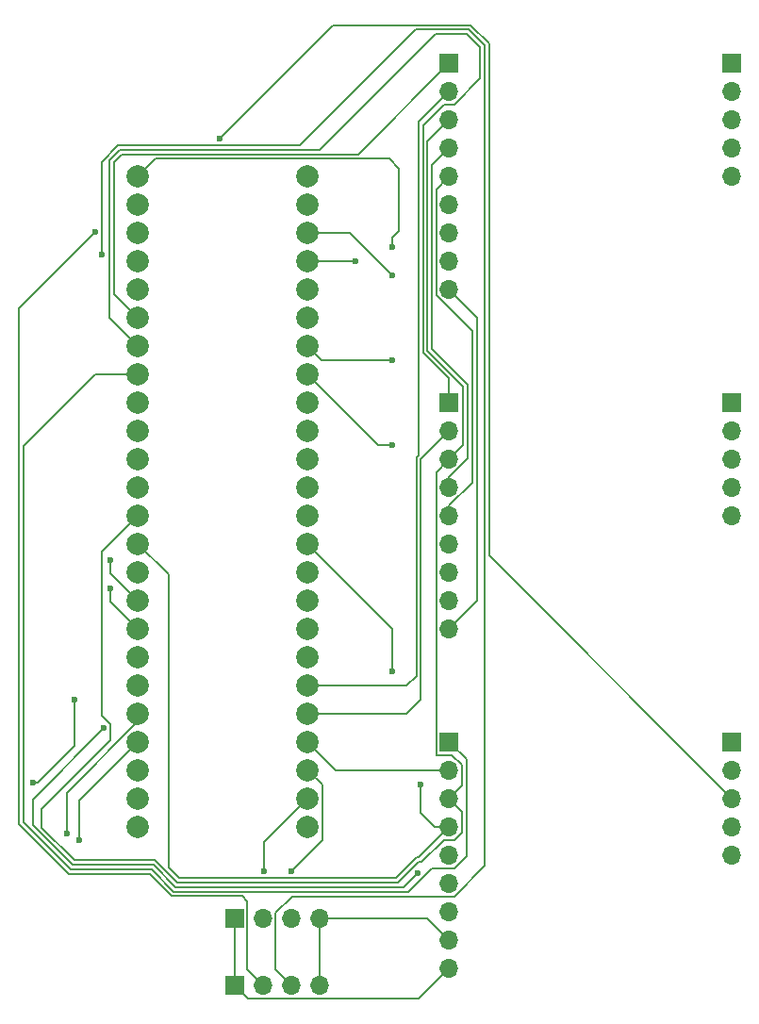
<source format=gbr>
%TF.GenerationSoftware,KiCad,Pcbnew,7.0.7*%
%TF.CreationDate,2024-05-20T18:28:41-04:00*%
%TF.ProjectId,Ground Reciever,47726f75-6e64-4205-9265-636965766572,rev?*%
%TF.SameCoordinates,Original*%
%TF.FileFunction,Copper,L2,Bot*%
%TF.FilePolarity,Positive*%
%FSLAX46Y46*%
G04 Gerber Fmt 4.6, Leading zero omitted, Abs format (unit mm)*
G04 Created by KiCad (PCBNEW 7.0.7) date 2024-05-20 18:28:41*
%MOMM*%
%LPD*%
G01*
G04 APERTURE LIST*
%TA.AperFunction,ComponentPad*%
%ADD10R,1.700000X1.700000*%
%TD*%
%TA.AperFunction,ComponentPad*%
%ADD11O,1.700000X1.700000*%
%TD*%
%TA.AperFunction,ComponentPad*%
%ADD12C,2.000000*%
%TD*%
%TA.AperFunction,ViaPad*%
%ADD13C,0.600000*%
%TD*%
%TA.AperFunction,Conductor*%
%ADD14C,0.200000*%
%TD*%
G04 APERTURE END LIST*
D10*
%TO.P,Serial8,1,Pin_1*%
%TO.N,/3.3V B*%
X133120000Y-131400000D03*
D11*
%TO.P,Serial8,2,Pin_2*%
%TO.N,/RX8*%
X135660000Y-131400000D03*
%TO.P,Serial8,3,Pin_3*%
%TO.N,/TX8*%
X138200000Y-131400000D03*
%TO.P,Serial8,4,Pin_4*%
%TO.N,/GND*%
X140740000Y-131400000D03*
%TD*%
D10*
%TO.P,Serial1,1,Pin_1*%
%TO.N,/3.3V B*%
X133120000Y-137400000D03*
D11*
%TO.P,Serial1,2,Pin_2*%
%TO.N,/RX1*%
X135660000Y-137400000D03*
%TO.P,Serial1,3,Pin_3*%
%TO.N,/TX1*%
X138200000Y-137400000D03*
%TO.P,Serial1,4,Pin_4*%
%TO.N,/GND*%
X140740000Y-137400000D03*
%TD*%
D10*
%TO.P,J3,1,Pin_1*%
%TO.N,/RST2*%
X152400000Y-85090000D03*
D11*
%TO.P,J3,2,Pin_2*%
%TO.N,/CS2*%
X152400000Y-87630000D03*
%TO.P,J3,3,Pin_3*%
%TO.N,/MOSI*%
X152400000Y-90170000D03*
%TO.P,J3,4,Pin_4*%
%TO.N,/MISO*%
X152400000Y-92710000D03*
%TO.P,J3,5,Pin_5*%
%TO.N,/SCK*%
X152400000Y-95250000D03*
%TO.P,J3,6,Pin_6*%
%TO.N,/INT2*%
X152400000Y-97790000D03*
%TO.P,J3,7,Pin_7*%
%TO.N,unconnected-(J3-Pin_7-Pad7)*%
X152400000Y-100330000D03*
%TO.P,J3,8,Pin_8*%
%TO.N,/GND*%
X152400000Y-102870000D03*
%TO.P,J3,9,Pin_9*%
%TO.N,/3.3V A*%
X152400000Y-105410000D03*
%TD*%
D10*
%TO.P,J2,1,Pin_1*%
%TO.N,/G1_1*%
X177800000Y-54610000D03*
D11*
%TO.P,J2,2,Pin_2*%
%TO.N,/G2_1*%
X177800000Y-57150000D03*
%TO.P,J2,3,Pin_3*%
%TO.N,/G3_1*%
X177800000Y-59690000D03*
%TO.P,J2,4,Pin_4*%
%TO.N,unconnected-(J2-Pin_4-Pad4)*%
X177800000Y-62230000D03*
%TO.P,J2,5,Pin_5*%
%TO.N,unconnected-(J2-Pin_5-Pad5)*%
X177800000Y-64770000D03*
%TD*%
D12*
%TO.P,Teensy4.1,0,GND*%
%TO.N,/GND*%
X124460000Y-64770000D03*
%TO.P,Teensy4.1,1,RX1*%
%TO.N,/RX1*%
X124460000Y-67310000D03*
%TO.P,Teensy4.1,2,TX1*%
%TO.N,/TX1*%
X124460000Y-69850000D03*
%TO.P,Teensy4.1,3,PWM*%
%TO.N,/G1_1*%
X124460000Y-72390000D03*
%TO.P,Teensy4.1,4,PWM*%
%TO.N,/G2_1*%
X124460000Y-74930000D03*
%TO.P,Teensy4.1,5,PWM*%
%TO.N,/RST1*%
X124460000Y-77470000D03*
%TO.P,Teensy4.1,6,PWM*%
%TO.N,/RST2*%
X124460000Y-80010000D03*
%TO.P,Teensy4.1,7,PWM*%
%TO.N,/RST3*%
X124460000Y-82550000D03*
%TO.P,Teensy4.1,8,RX2*%
%TO.N,/G4_1*%
X124460000Y-85090000D03*
%TO.P,Teensy4.1,9,TX2*%
%TO.N,/G5_1*%
X124460000Y-87630000D03*
%TO.P,Teensy4.1,10,PWM*%
%TO.N,/G3_1*%
X124460000Y-90170000D03*
%TO.P,Teensy4.1,11,CS*%
%TO.N,unconnected-(Teensy4.1-CS-Pad11)*%
X124460000Y-92710000D03*
%TO.P,Teensy4.1,12,MOSI*%
%TO.N,/MOSI*%
X124460000Y-95250000D03*
%TO.P,Teensy4.1,13,MISO*%
%TO.N,/MISO*%
X124460000Y-97790000D03*
%TO.P,Teensy4.1,14,3.3V*%
%TO.N,/3.3V B*%
X124460000Y-100330000D03*
%TO.P,Teensy4.1,15,SCL2*%
%TO.N,/G1_2*%
X124460000Y-102870000D03*
%TO.P,Teensy4.1,16,SDA2*%
%TO.N,/G2_2*%
X124460000Y-105410000D03*
%TO.P,Teensy4.1,17,MOSI1*%
%TO.N,unconnected-(Teensy4.1-MOSI1-Pad17)*%
X124460000Y-107950000D03*
%TO.P,Teensy4.1,18,SCK1*%
%TO.N,unconnected-(Teensy4.1-SCK1-Pad18)*%
X124460000Y-110490000D03*
%TO.P,Teensy4.1,19,RX7*%
%TO.N,/G3_2*%
X124460000Y-113030000D03*
%TO.P,Teensy4.1,20,TX7*%
%TO.N,/G1_3*%
X124460000Y-115570000D03*
%TO.P,Teensy4.1,21,GPIO*%
%TO.N,unconnected-(Teensy4.1-GPIO-Pad21)*%
X124460000Y-118110000D03*
%TO.P,Teensy4.1,22,GPIO*%
%TO.N,unconnected-(Teensy4.1-GPIO-Pad22)*%
X124460000Y-120650000D03*
%TO.P,Teensy4.1,23,GPIO*%
%TO.N,unconnected-(Teensy4.1-GPIO-Pad23)*%
X124460000Y-123190000D03*
%TO.P,Teensy4.1,24,PWM*%
%TO.N,/G5_3*%
X139700000Y-123190000D03*
%TO.P,Teensy4.1,25,RX8*%
%TO.N,/RX8*%
X139700000Y-120650000D03*
%TO.P,Teensy4.1,26,TX8*%
%TO.N,/TX8*%
X139700000Y-118110000D03*
%TO.P,Teensy4.1,27,PWM*%
%TO.N,/CS3*%
X139700000Y-115570000D03*
%TO.P,Teensy4.1,28,PWM*%
%TO.N,/CS2*%
X139700000Y-113030000D03*
%TO.P,Teensy4.1,29,CS1*%
%TO.N,/CS1*%
X139700000Y-110490000D03*
%TO.P,Teensy4.1,30,MISO*%
%TO.N,unconnected-(Teensy4.1-MISO-Pad30)*%
X139700000Y-107950000D03*
%TO.P,Teensy4.1,31,A16*%
%TO.N,unconnected-(Teensy4.1-A16-Pad31)*%
X139700000Y-105410000D03*
%TO.P,Teensy4.1,32,A17*%
%TO.N,unconnected-(Teensy4.1-A17-Pad32)*%
X139700000Y-102870000D03*
%TO.P,Teensy4.1,33,GND*%
%TO.N,unconnected-(Teensy4.1-GND-Pad33)*%
X139700000Y-100330000D03*
%TO.P,Teensy4.1,34,SCK*%
%TO.N,/SCK*%
X139700000Y-97790000D03*
%TO.P,Teensy4.1,35,A0*%
%TO.N,/G4_3*%
X139700000Y-95250000D03*
%TO.P,Teensy4.1,36,A1*%
%TO.N,/G5_2*%
X139700000Y-92710000D03*
%TO.P,Teensy4.1,37,A2*%
%TO.N,unconnected-(Teensy4.1-A2-Pad37)*%
X139700000Y-90170000D03*
%TO.P,Teensy4.1,38,A3*%
%TO.N,unconnected-(Teensy4.1-A3-Pad38)*%
X139700000Y-87630000D03*
%TO.P,Teensy4.1,39,SDA*%
%TO.N,/G4_2*%
X139700000Y-85090000D03*
%TO.P,Teensy4.1,40,SCL*%
%TO.N,/INT3*%
X139700000Y-82550000D03*
%TO.P,Teensy4.1,41,TX5*%
%TO.N,/INT2*%
X139700000Y-80010000D03*
%TO.P,Teensy4.1,42,RX5*%
%TO.N,/INT1*%
X139700000Y-77470000D03*
%TO.P,Teensy4.1,43,PWM*%
%TO.N,/G3_3*%
X139700000Y-74930000D03*
%TO.P,Teensy4.1,44,PWM*%
%TO.N,/G2_3*%
X139700000Y-72390000D03*
%TO.P,Teensy4.1,45,3.3V*%
%TO.N,/3.3V A*%
X139700000Y-69850000D03*
%TO.P,Teensy4.1,46,GND*%
%TO.N,unconnected-(Teensy4.1-GND-Pad46)*%
X139700000Y-67310000D03*
%TO.P,Teensy4.1,47,Vin*%
%TO.N,unconnected-(Teensy4.1-Vin-Pad47)*%
X139700000Y-64770000D03*
%TD*%
D10*
%TO.P,J5,1,Pin_1*%
%TO.N,/RST3*%
X152400000Y-115570000D03*
D11*
%TO.P,J5,2,Pin_2*%
%TO.N,/CS3*%
X152400000Y-118110000D03*
%TO.P,J5,3,Pin_3*%
%TO.N,/MOSI*%
X152400000Y-120650000D03*
%TO.P,J5,4,Pin_4*%
%TO.N,/MISO*%
X152400000Y-123190000D03*
%TO.P,J5,5,Pin_5*%
%TO.N,/SCK*%
X152400000Y-125730000D03*
%TO.P,J5,6,Pin_6*%
%TO.N,/INT3*%
X152400000Y-128270000D03*
%TO.P,J5,7,Pin_7*%
%TO.N,unconnected-(J5-Pin_7-Pad7)*%
X152400000Y-130810000D03*
%TO.P,J5,8,Pin_8*%
%TO.N,/GND*%
X152400000Y-133350000D03*
%TO.P,J5,9,Pin_9*%
%TO.N,/3.3V B*%
X152400000Y-135890000D03*
%TD*%
D10*
%TO.P,J6,1,Pin_1*%
%TO.N,/G1_3*%
X177800000Y-115570000D03*
D11*
%TO.P,J6,2,Pin_2*%
%TO.N,/G2_3*%
X177800000Y-118110000D03*
%TO.P,J6,3,Pin_3*%
%TO.N,/G3_3*%
X177800000Y-120650000D03*
%TO.P,J6,4,Pin_4*%
%TO.N,unconnected-(J6-Pin_4-Pad4)*%
X177800000Y-123190000D03*
%TO.P,J6,5,Pin_5*%
%TO.N,unconnected-(J6-Pin_5-Pad5)*%
X177800000Y-125730000D03*
%TD*%
%TO.P,J4,5,Pin_5*%
%TO.N,unconnected-(J4-Pin_5-Pad5)*%
X177800000Y-95250000D03*
%TO.P,J4,4,Pin_4*%
%TO.N,unconnected-(J4-Pin_4-Pad4)*%
X177800000Y-92710000D03*
%TO.P,J4,3,Pin_3*%
%TO.N,/G3_2*%
X177800000Y-90170000D03*
%TO.P,J4,2,Pin_2*%
%TO.N,/G2_2*%
X177800000Y-87630000D03*
D10*
%TO.P,J4,1,Pin_1*%
%TO.N,/G1_2*%
X177800000Y-85090000D03*
%TD*%
%TO.P,J1,1,Pin_1*%
%TO.N,/RST1*%
X152400000Y-54610000D03*
D11*
%TO.P,J1,2,Pin_2*%
%TO.N,/CS1*%
X152400000Y-57150000D03*
%TO.P,J1,3,Pin_3*%
%TO.N,/MOSI*%
X152400000Y-59690000D03*
%TO.P,J1,4,Pin_4*%
%TO.N,/MISO*%
X152400000Y-62230000D03*
%TO.P,J1,5,Pin_5*%
%TO.N,/SCK*%
X152400000Y-64770000D03*
%TO.P,J1,6,Pin_6*%
%TO.N,/INT1*%
X152400000Y-67310000D03*
%TO.P,J1,7,Pin_7*%
%TO.N,unconnected-(J1-Pin_7-Pad7)*%
X152400000Y-69850000D03*
%TO.P,J1,8,Pin_8*%
%TO.N,/GND*%
X152400000Y-72390000D03*
%TO.P,J1,9,Pin_9*%
%TO.N,/3.3V A*%
X152400000Y-74930000D03*
%TD*%
D13*
%TO.N,/GND*%
X115000000Y-119200000D03*
X118800000Y-111800000D03*
%TO.N,/G3_3*%
X131800000Y-61400000D03*
%TO.N,/G2_3*%
X144000000Y-72400000D03*
%TO.N,/G1_3*%
X119200000Y-124400000D03*
%TO.N,/TX1*%
X121200000Y-71800000D03*
%TO.N,/RX1*%
X120600000Y-69800000D03*
%TO.N,/TX8*%
X138200000Y-127200000D03*
%TO.N,/RX8*%
X135800000Y-127200000D03*
%TO.N,/G3_2*%
X118057560Y-123800000D03*
%TO.N,/G2_2*%
X122000000Y-101800000D03*
%TO.N,/G1_2*%
X122000000Y-99200000D03*
%TO.N,/MISO*%
X149860000Y-119380000D03*
%TO.N,/SCK*%
X147320000Y-109220000D03*
%TO.N,/GND*%
X147320000Y-71120000D03*
%TO.N,/3.3V A*%
X147320000Y-73660000D03*
%TO.N,/INT2*%
X147320000Y-81280000D03*
%TO.N,/3.3V B*%
X121400000Y-114300000D03*
X149568197Y-127342743D03*
%TO.N,/INT3*%
X147320000Y-88900000D03*
%TD*%
D14*
%TO.N,/MOSI*%
X153550000Y-121800000D02*
X152400000Y-120650000D01*
X153550000Y-123666346D02*
X153550000Y-121800000D01*
X152876346Y-124340000D02*
X153550000Y-123666346D01*
X151923654Y-124340000D02*
X152876346Y-124340000D01*
X149657257Y-126342743D02*
X149920911Y-126342743D01*
X147800000Y-128200000D02*
X149657257Y-126342743D01*
X149920911Y-126342743D02*
X151923654Y-124340000D01*
X128000000Y-128200000D02*
X147800000Y-128200000D01*
X126000000Y-126200000D02*
X128000000Y-128200000D01*
X118731372Y-126200000D02*
X126000000Y-126200000D01*
X121200000Y-113200000D02*
X122000000Y-114000000D01*
X122000000Y-114000000D02*
X122000000Y-115400000D01*
X115800000Y-123268628D02*
X118731372Y-126200000D01*
X121200000Y-98510000D02*
X121200000Y-113200000D01*
X115800000Y-121600000D02*
X115800000Y-123268628D01*
X124460000Y-95250000D02*
X121200000Y-98510000D01*
X122000000Y-115400000D02*
X115800000Y-121600000D01*
%TO.N,/GND*%
X118800000Y-115883224D02*
X118800000Y-111800000D01*
X115483224Y-119200000D02*
X118800000Y-115883224D01*
X115000000Y-119200000D02*
X115483224Y-119200000D01*
%TO.N,/G3_2*%
X124460000Y-113731522D02*
X124460000Y-113030000D01*
X118057560Y-123800000D02*
X118057560Y-120133962D01*
X118057560Y-120133962D02*
X124460000Y-113731522D01*
%TO.N,/3.3V B*%
X148310940Y-128600000D02*
X149568197Y-127342743D01*
X127834314Y-128600000D02*
X148310940Y-128600000D01*
X118565686Y-126600000D02*
X125834314Y-126600000D01*
X125834314Y-126600000D02*
X127834314Y-128600000D01*
X115000000Y-123034314D02*
X118565686Y-126600000D01*
X121400000Y-114300000D02*
X115000000Y-120700000D01*
X115000000Y-120700000D02*
X115000000Y-123034314D01*
X134320000Y-138600000D02*
X149690000Y-138600000D01*
X149690000Y-138600000D02*
X152400000Y-135890000D01*
X133120000Y-137400000D02*
X134320000Y-138600000D01*
%TO.N,/RST3*%
X120650000Y-82550000D02*
X124460000Y-82550000D01*
X114200000Y-122800000D02*
X114200000Y-89000000D01*
X118400000Y-127000000D02*
X114200000Y-122800000D01*
X125668628Y-127000000D02*
X118400000Y-127000000D01*
X148759469Y-129000000D02*
X127668628Y-129000000D01*
X150879469Y-126880000D02*
X148759469Y-129000000D01*
X152876346Y-126880000D02*
X150879469Y-126880000D01*
X127668628Y-129000000D02*
X125668628Y-127000000D01*
X114200000Y-89000000D02*
X120650000Y-82550000D01*
X153950000Y-117120000D02*
X153950000Y-125806346D01*
X153950000Y-125806346D02*
X152876346Y-126880000D01*
X152400000Y-115570000D02*
X153950000Y-117120000D01*
%TO.N,/GND*%
X150450000Y-131400000D02*
X152400000Y-133350000D01*
X140740000Y-131400000D02*
X150450000Y-131400000D01*
%TO.N,/G3_3*%
X154331371Y-51200000D02*
X142000000Y-51200000D01*
X156000000Y-52868628D02*
X154331371Y-51200000D01*
X142000000Y-51200000D02*
X131800000Y-61400000D01*
X156000000Y-98850000D02*
X156000000Y-52868628D01*
X177800000Y-120650000D02*
X156000000Y-98850000D01*
%TO.N,/TX1*%
X121200000Y-63488628D02*
X121200000Y-71800000D01*
X122688629Y-62000000D02*
X121200000Y-63488628D01*
X139000000Y-62000000D02*
X122688629Y-62000000D01*
X149400000Y-51600000D02*
X139000000Y-62000000D01*
X155600000Y-53034314D02*
X154165686Y-51600000D01*
X155600000Y-126696346D02*
X155600000Y-53034314D01*
X138313654Y-129420000D02*
X152876346Y-129420000D01*
X136810000Y-130923654D02*
X138313654Y-129420000D01*
X152876346Y-129420000D02*
X155600000Y-126696346D01*
X154165686Y-51600000D02*
X149400000Y-51600000D01*
X136810000Y-136010000D02*
X136810000Y-130923654D01*
X138200000Y-137400000D02*
X136810000Y-136010000D01*
%TO.N,/RST2*%
X152400000Y-82915686D02*
X152400000Y-85090000D01*
X150050000Y-80565684D02*
X152400000Y-82915686D01*
X150050000Y-60173654D02*
X150050000Y-80565684D01*
X151923654Y-58300000D02*
X150050000Y-60173654D01*
X155200000Y-55976346D02*
X152876346Y-58300000D01*
X140800000Y-62400000D02*
X151200000Y-52000000D01*
X152876346Y-58300000D02*
X151923654Y-58300000D01*
X154000000Y-52000000D02*
X155200000Y-53200000D01*
X122854315Y-62400000D02*
X140800000Y-62400000D01*
X121920000Y-63334314D02*
X122854315Y-62400000D01*
X121920000Y-77470000D02*
X121920000Y-63334314D01*
X124460000Y-80010000D02*
X121920000Y-77470000D01*
X151200000Y-52000000D02*
X154000000Y-52000000D01*
X155200000Y-53200000D02*
X155200000Y-55976346D01*
%TO.N,/RST1*%
X144210000Y-62800000D02*
X152400000Y-54610000D01*
X122320000Y-63500000D02*
X123020000Y-62800000D01*
X122320000Y-75330000D02*
X122320000Y-63500000D01*
X123020000Y-62800000D02*
X144210000Y-62800000D01*
X124460000Y-77470000D02*
X122320000Y-75330000D01*
%TO.N,/GND*%
X126030000Y-63200000D02*
X124460000Y-64770000D01*
X147020000Y-63200000D02*
X126030000Y-63200000D01*
X147920000Y-69680000D02*
X147920000Y-64100000D01*
X147920000Y-64100000D02*
X147020000Y-63200000D01*
X147320000Y-70280000D02*
X147920000Y-69680000D01*
X147320000Y-71120000D02*
X147320000Y-70280000D01*
%TO.N,/RX1*%
X113800000Y-76600000D02*
X120600000Y-69800000D01*
X113800000Y-122965686D02*
X113800000Y-76600000D01*
X125502942Y-127400000D02*
X118234314Y-127400000D01*
X127502942Y-129400000D02*
X125502942Y-127400000D01*
X118234314Y-127400000D02*
X113800000Y-122965686D01*
X134270000Y-136010000D02*
X134270000Y-129870000D01*
X134270000Y-129870000D02*
X133800000Y-129400000D01*
X133800000Y-129400000D02*
X127502942Y-129400000D01*
X135660000Y-137400000D02*
X134270000Y-136010000D01*
%TO.N,/G2_3*%
X143990000Y-72390000D02*
X139700000Y-72390000D01*
X144000000Y-72400000D02*
X143990000Y-72390000D01*
%TO.N,/G1_3*%
X119200000Y-120830000D02*
X124460000Y-115570000D01*
X119200000Y-124400000D02*
X119200000Y-120830000D01*
%TO.N,/TX8*%
X141000000Y-119410000D02*
X139700000Y-118110000D01*
X138200000Y-127200000D02*
X141000000Y-124400000D01*
X141000000Y-124400000D02*
X141000000Y-119410000D01*
%TO.N,/RX8*%
X135800000Y-124550000D02*
X139700000Y-120650000D01*
X135800000Y-127200000D02*
X135800000Y-124550000D01*
%TO.N,/MISO*%
X127200000Y-100530000D02*
X124460000Y-97790000D01*
X128200000Y-127800000D02*
X127200000Y-126800000D01*
X149491571Y-125942743D02*
X147634314Y-127800000D01*
X127200000Y-126800000D02*
X127200000Y-100530000D01*
X149647257Y-125942743D02*
X149491571Y-125942743D01*
X152400000Y-123190000D02*
X149647257Y-125942743D01*
X147634314Y-127800000D02*
X128200000Y-127800000D01*
%TO.N,/G1_2*%
X122000000Y-100410000D02*
X124460000Y-102870000D01*
X122000000Y-99200000D02*
X122000000Y-100410000D01*
%TO.N,/G2_2*%
X122000000Y-102950000D02*
X124460000Y-105410000D01*
X122000000Y-101800000D02*
X122000000Y-102950000D01*
%TO.N,/GND*%
X140740000Y-131400000D02*
X140740000Y-137400000D01*
%TO.N,/3.3V B*%
X133120000Y-131400000D02*
X133120000Y-137400000D01*
%TO.N,/CS1*%
X149460000Y-90004315D02*
X149460000Y-109620000D01*
X149460000Y-109620000D02*
X148590000Y-110490000D01*
X152400000Y-57150000D02*
X149650000Y-59900000D01*
X149650000Y-89814314D02*
X149460000Y-90004315D01*
X148590000Y-110490000D02*
X139700000Y-110490000D01*
X149650000Y-59900000D02*
X149650000Y-89814314D01*
%TO.N,/MOSI*%
X152400000Y-90170000D02*
X153670000Y-88900000D01*
X150450000Y-80399999D02*
X150450000Y-61640000D01*
X153550000Y-117633654D02*
X152636346Y-116720000D01*
X152400000Y-120650000D02*
X153550000Y-119500000D01*
X151250000Y-116720000D02*
X151250000Y-91320000D01*
X153670000Y-83620000D02*
X150450000Y-80399999D01*
X150450000Y-61640000D02*
X152400000Y-59690000D01*
X152636346Y-116720000D02*
X151250000Y-116720000D01*
X153670000Y-88900000D02*
X153670000Y-83620000D01*
X153550000Y-119500000D02*
X153550000Y-117633654D01*
X151250000Y-91320000D02*
X152400000Y-90170000D01*
%TO.N,/MISO*%
X154070000Y-90126346D02*
X154070000Y-83454314D01*
X154070000Y-83454314D02*
X150850000Y-80234314D01*
X149860000Y-121920000D02*
X151130000Y-123190000D01*
X150850000Y-80234314D02*
X150850000Y-63780000D01*
X152400000Y-92710000D02*
X152400000Y-91796346D01*
X149860000Y-119380000D02*
X149860000Y-121920000D01*
X152400000Y-91796346D02*
X154070000Y-90126346D01*
X151130000Y-123190000D02*
X152400000Y-123190000D01*
X150850000Y-63780000D02*
X152400000Y-62230000D01*
%TO.N,/SCK*%
X152400000Y-94336346D02*
X154470000Y-92266346D01*
X151250000Y-65920000D02*
X152400000Y-64770000D01*
X154470000Y-78626346D02*
X151250000Y-75406346D01*
X154470000Y-92266346D02*
X154470000Y-78626346D01*
X151250000Y-75406346D02*
X151250000Y-65920000D01*
X152400000Y-95250000D02*
X152400000Y-94336346D01*
X147320000Y-109220000D02*
X147320000Y-105410000D01*
X147320000Y-105410000D02*
X139700000Y-97790000D01*
%TO.N,/3.3V A*%
X154940000Y-77470000D02*
X152400000Y-74930000D01*
X154940000Y-102870000D02*
X154940000Y-77470000D01*
X152400000Y-105410000D02*
X154940000Y-102870000D01*
X143510000Y-69850000D02*
X139700000Y-69850000D01*
X147320000Y-73660000D02*
X143510000Y-69850000D01*
%TO.N,/CS2*%
X149860000Y-90170000D02*
X149860000Y-111760000D01*
X152400000Y-87630000D02*
X149860000Y-90170000D01*
X148590000Y-113030000D02*
X139700000Y-113030000D01*
X149860000Y-111760000D02*
X148590000Y-113030000D01*
%TO.N,/INT2*%
X140970000Y-81280000D02*
X139700000Y-80010000D01*
X147320000Y-81280000D02*
X140970000Y-81280000D01*
%TO.N,/CS3*%
X142240000Y-118110000D02*
X139700000Y-115570000D01*
X152400000Y-118110000D02*
X142240000Y-118110000D01*
%TO.N,/INT3*%
X147320000Y-88900000D02*
X146050000Y-88900000D01*
X146050000Y-88900000D02*
X139700000Y-82550000D01*
%TD*%
M02*

</source>
